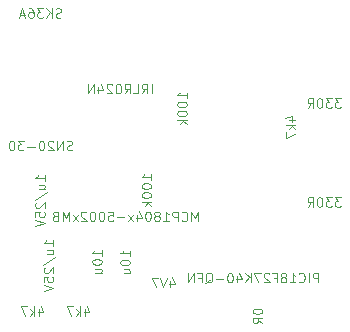
<source format=gbr>
%TF.GenerationSoftware,KiCad,Pcbnew,9.0.4-unknown*%
%TF.CreationDate,2025-11-20T15:33:38+01:00*%
%TF.ProjectId,KlimatizaceSamsung,4b6c696d-6174-4697-9a61-636553616d73,rev?*%
%TF.SameCoordinates,Original*%
%TF.FileFunction,AssemblyDrawing,Bot*%
%FSLAX46Y46*%
G04 Gerber Fmt 4.6, Leading zero omitted, Abs format (unit mm)*
G04 Created by KiCad (PCBNEW 9.0.4-unknown) date 2025-11-20 15:33:38*
%MOMM*%
%LPD*%
G01*
G04 APERTURE LIST*
%ADD10C,0.120000*%
G04 APERTURE END LIST*
D10*
X116752380Y-71430521D02*
X116752380Y-71963855D01*
X116942856Y-71125760D02*
X117133333Y-71697188D01*
X117133333Y-71697188D02*
X116638094Y-71697188D01*
X116333332Y-71963855D02*
X116333332Y-71163855D01*
X116257142Y-71659093D02*
X116028570Y-71963855D01*
X116028570Y-71430521D02*
X116333332Y-71735283D01*
X115761904Y-71163855D02*
X115228570Y-71163855D01*
X115228570Y-71163855D02*
X115571428Y-71963855D01*
X126314286Y-63963855D02*
X126314286Y-63163855D01*
X126314286Y-63163855D02*
X126047620Y-63735283D01*
X126047620Y-63735283D02*
X125780953Y-63163855D01*
X125780953Y-63163855D02*
X125780953Y-63963855D01*
X124942857Y-63887664D02*
X124980953Y-63925760D01*
X124980953Y-63925760D02*
X125095238Y-63963855D01*
X125095238Y-63963855D02*
X125171429Y-63963855D01*
X125171429Y-63963855D02*
X125285715Y-63925760D01*
X125285715Y-63925760D02*
X125361905Y-63849569D01*
X125361905Y-63849569D02*
X125400000Y-63773379D01*
X125400000Y-63773379D02*
X125438096Y-63620998D01*
X125438096Y-63620998D02*
X125438096Y-63506712D01*
X125438096Y-63506712D02*
X125400000Y-63354331D01*
X125400000Y-63354331D02*
X125361905Y-63278140D01*
X125361905Y-63278140D02*
X125285715Y-63201950D01*
X125285715Y-63201950D02*
X125171429Y-63163855D01*
X125171429Y-63163855D02*
X125095238Y-63163855D01*
X125095238Y-63163855D02*
X124980953Y-63201950D01*
X124980953Y-63201950D02*
X124942857Y-63240045D01*
X124600000Y-63963855D02*
X124600000Y-63163855D01*
X124600000Y-63163855D02*
X124295238Y-63163855D01*
X124295238Y-63163855D02*
X124219048Y-63201950D01*
X124219048Y-63201950D02*
X124180953Y-63240045D01*
X124180953Y-63240045D02*
X124142857Y-63316236D01*
X124142857Y-63316236D02*
X124142857Y-63430521D01*
X124142857Y-63430521D02*
X124180953Y-63506712D01*
X124180953Y-63506712D02*
X124219048Y-63544807D01*
X124219048Y-63544807D02*
X124295238Y-63582902D01*
X124295238Y-63582902D02*
X124600000Y-63582902D01*
X123380953Y-63963855D02*
X123838096Y-63963855D01*
X123609524Y-63963855D02*
X123609524Y-63163855D01*
X123609524Y-63163855D02*
X123685715Y-63278140D01*
X123685715Y-63278140D02*
X123761905Y-63354331D01*
X123761905Y-63354331D02*
X123838096Y-63392426D01*
X122923810Y-63506712D02*
X123000000Y-63468617D01*
X123000000Y-63468617D02*
X123038095Y-63430521D01*
X123038095Y-63430521D02*
X123076191Y-63354331D01*
X123076191Y-63354331D02*
X123076191Y-63316236D01*
X123076191Y-63316236D02*
X123038095Y-63240045D01*
X123038095Y-63240045D02*
X123000000Y-63201950D01*
X123000000Y-63201950D02*
X122923810Y-63163855D01*
X122923810Y-63163855D02*
X122771429Y-63163855D01*
X122771429Y-63163855D02*
X122695238Y-63201950D01*
X122695238Y-63201950D02*
X122657143Y-63240045D01*
X122657143Y-63240045D02*
X122619048Y-63316236D01*
X122619048Y-63316236D02*
X122619048Y-63354331D01*
X122619048Y-63354331D02*
X122657143Y-63430521D01*
X122657143Y-63430521D02*
X122695238Y-63468617D01*
X122695238Y-63468617D02*
X122771429Y-63506712D01*
X122771429Y-63506712D02*
X122923810Y-63506712D01*
X122923810Y-63506712D02*
X123000000Y-63544807D01*
X123000000Y-63544807D02*
X123038095Y-63582902D01*
X123038095Y-63582902D02*
X123076191Y-63659093D01*
X123076191Y-63659093D02*
X123076191Y-63811474D01*
X123076191Y-63811474D02*
X123038095Y-63887664D01*
X123038095Y-63887664D02*
X123000000Y-63925760D01*
X123000000Y-63925760D02*
X122923810Y-63963855D01*
X122923810Y-63963855D02*
X122771429Y-63963855D01*
X122771429Y-63963855D02*
X122695238Y-63925760D01*
X122695238Y-63925760D02*
X122657143Y-63887664D01*
X122657143Y-63887664D02*
X122619048Y-63811474D01*
X122619048Y-63811474D02*
X122619048Y-63659093D01*
X122619048Y-63659093D02*
X122657143Y-63582902D01*
X122657143Y-63582902D02*
X122695238Y-63544807D01*
X122695238Y-63544807D02*
X122771429Y-63506712D01*
X122123809Y-63163855D02*
X122047619Y-63163855D01*
X122047619Y-63163855D02*
X121971428Y-63201950D01*
X121971428Y-63201950D02*
X121933333Y-63240045D01*
X121933333Y-63240045D02*
X121895238Y-63316236D01*
X121895238Y-63316236D02*
X121857143Y-63468617D01*
X121857143Y-63468617D02*
X121857143Y-63659093D01*
X121857143Y-63659093D02*
X121895238Y-63811474D01*
X121895238Y-63811474D02*
X121933333Y-63887664D01*
X121933333Y-63887664D02*
X121971428Y-63925760D01*
X121971428Y-63925760D02*
X122047619Y-63963855D01*
X122047619Y-63963855D02*
X122123809Y-63963855D01*
X122123809Y-63963855D02*
X122200000Y-63925760D01*
X122200000Y-63925760D02*
X122238095Y-63887664D01*
X122238095Y-63887664D02*
X122276190Y-63811474D01*
X122276190Y-63811474D02*
X122314286Y-63659093D01*
X122314286Y-63659093D02*
X122314286Y-63468617D01*
X122314286Y-63468617D02*
X122276190Y-63316236D01*
X122276190Y-63316236D02*
X122238095Y-63240045D01*
X122238095Y-63240045D02*
X122200000Y-63201950D01*
X122200000Y-63201950D02*
X122123809Y-63163855D01*
X121171428Y-63430521D02*
X121171428Y-63963855D01*
X121361904Y-63125760D02*
X121552381Y-63697188D01*
X121552381Y-63697188D02*
X121057142Y-63697188D01*
X120828571Y-63963855D02*
X120409523Y-63430521D01*
X120828571Y-63430521D02*
X120409523Y-63963855D01*
X120104761Y-63659093D02*
X119495238Y-63659093D01*
X118733333Y-63163855D02*
X119114285Y-63163855D01*
X119114285Y-63163855D02*
X119152381Y-63544807D01*
X119152381Y-63544807D02*
X119114285Y-63506712D01*
X119114285Y-63506712D02*
X119038095Y-63468617D01*
X119038095Y-63468617D02*
X118847619Y-63468617D01*
X118847619Y-63468617D02*
X118771428Y-63506712D01*
X118771428Y-63506712D02*
X118733333Y-63544807D01*
X118733333Y-63544807D02*
X118695238Y-63620998D01*
X118695238Y-63620998D02*
X118695238Y-63811474D01*
X118695238Y-63811474D02*
X118733333Y-63887664D01*
X118733333Y-63887664D02*
X118771428Y-63925760D01*
X118771428Y-63925760D02*
X118847619Y-63963855D01*
X118847619Y-63963855D02*
X119038095Y-63963855D01*
X119038095Y-63963855D02*
X119114285Y-63925760D01*
X119114285Y-63925760D02*
X119152381Y-63887664D01*
X118199999Y-63163855D02*
X118123809Y-63163855D01*
X118123809Y-63163855D02*
X118047618Y-63201950D01*
X118047618Y-63201950D02*
X118009523Y-63240045D01*
X118009523Y-63240045D02*
X117971428Y-63316236D01*
X117971428Y-63316236D02*
X117933333Y-63468617D01*
X117933333Y-63468617D02*
X117933333Y-63659093D01*
X117933333Y-63659093D02*
X117971428Y-63811474D01*
X117971428Y-63811474D02*
X118009523Y-63887664D01*
X118009523Y-63887664D02*
X118047618Y-63925760D01*
X118047618Y-63925760D02*
X118123809Y-63963855D01*
X118123809Y-63963855D02*
X118199999Y-63963855D01*
X118199999Y-63963855D02*
X118276190Y-63925760D01*
X118276190Y-63925760D02*
X118314285Y-63887664D01*
X118314285Y-63887664D02*
X118352380Y-63811474D01*
X118352380Y-63811474D02*
X118390476Y-63659093D01*
X118390476Y-63659093D02*
X118390476Y-63468617D01*
X118390476Y-63468617D02*
X118352380Y-63316236D01*
X118352380Y-63316236D02*
X118314285Y-63240045D01*
X118314285Y-63240045D02*
X118276190Y-63201950D01*
X118276190Y-63201950D02*
X118199999Y-63163855D01*
X117438094Y-63163855D02*
X117361904Y-63163855D01*
X117361904Y-63163855D02*
X117285713Y-63201950D01*
X117285713Y-63201950D02*
X117247618Y-63240045D01*
X117247618Y-63240045D02*
X117209523Y-63316236D01*
X117209523Y-63316236D02*
X117171428Y-63468617D01*
X117171428Y-63468617D02*
X117171428Y-63659093D01*
X117171428Y-63659093D02*
X117209523Y-63811474D01*
X117209523Y-63811474D02*
X117247618Y-63887664D01*
X117247618Y-63887664D02*
X117285713Y-63925760D01*
X117285713Y-63925760D02*
X117361904Y-63963855D01*
X117361904Y-63963855D02*
X117438094Y-63963855D01*
X117438094Y-63963855D02*
X117514285Y-63925760D01*
X117514285Y-63925760D02*
X117552380Y-63887664D01*
X117552380Y-63887664D02*
X117590475Y-63811474D01*
X117590475Y-63811474D02*
X117628571Y-63659093D01*
X117628571Y-63659093D02*
X117628571Y-63468617D01*
X117628571Y-63468617D02*
X117590475Y-63316236D01*
X117590475Y-63316236D02*
X117552380Y-63240045D01*
X117552380Y-63240045D02*
X117514285Y-63201950D01*
X117514285Y-63201950D02*
X117438094Y-63163855D01*
X116866666Y-63240045D02*
X116828570Y-63201950D01*
X116828570Y-63201950D02*
X116752380Y-63163855D01*
X116752380Y-63163855D02*
X116561904Y-63163855D01*
X116561904Y-63163855D02*
X116485713Y-63201950D01*
X116485713Y-63201950D02*
X116447618Y-63240045D01*
X116447618Y-63240045D02*
X116409523Y-63316236D01*
X116409523Y-63316236D02*
X116409523Y-63392426D01*
X116409523Y-63392426D02*
X116447618Y-63506712D01*
X116447618Y-63506712D02*
X116904761Y-63963855D01*
X116904761Y-63963855D02*
X116409523Y-63963855D01*
X116142856Y-63963855D02*
X115723808Y-63430521D01*
X116142856Y-63430521D02*
X115723808Y-63963855D01*
X115419046Y-63963855D02*
X115419046Y-63163855D01*
X115419046Y-63163855D02*
X115152380Y-63735283D01*
X115152380Y-63735283D02*
X114885713Y-63163855D01*
X114885713Y-63163855D02*
X114885713Y-63963855D01*
X114238094Y-63544807D02*
X114123808Y-63582902D01*
X114123808Y-63582902D02*
X114085713Y-63620998D01*
X114085713Y-63620998D02*
X114047617Y-63697188D01*
X114047617Y-63697188D02*
X114047617Y-63811474D01*
X114047617Y-63811474D02*
X114085713Y-63887664D01*
X114085713Y-63887664D02*
X114123808Y-63925760D01*
X114123808Y-63925760D02*
X114199998Y-63963855D01*
X114199998Y-63963855D02*
X114504760Y-63963855D01*
X114504760Y-63963855D02*
X114504760Y-63163855D01*
X114504760Y-63163855D02*
X114238094Y-63163855D01*
X114238094Y-63163855D02*
X114161903Y-63201950D01*
X114161903Y-63201950D02*
X114123808Y-63240045D01*
X114123808Y-63240045D02*
X114085713Y-63316236D01*
X114085713Y-63316236D02*
X114085713Y-63392426D01*
X114085713Y-63392426D02*
X114123808Y-63468617D01*
X114123808Y-63468617D02*
X114161903Y-63506712D01*
X114161903Y-63506712D02*
X114238094Y-63544807D01*
X114238094Y-63544807D02*
X114504760Y-63544807D01*
X130963855Y-71561905D02*
X130963855Y-71638095D01*
X130963855Y-71638095D02*
X131001950Y-71714286D01*
X131001950Y-71714286D02*
X131040045Y-71752381D01*
X131040045Y-71752381D02*
X131116236Y-71790476D01*
X131116236Y-71790476D02*
X131268617Y-71828571D01*
X131268617Y-71828571D02*
X131459093Y-71828571D01*
X131459093Y-71828571D02*
X131611474Y-71790476D01*
X131611474Y-71790476D02*
X131687664Y-71752381D01*
X131687664Y-71752381D02*
X131725760Y-71714286D01*
X131725760Y-71714286D02*
X131763855Y-71638095D01*
X131763855Y-71638095D02*
X131763855Y-71561905D01*
X131763855Y-71561905D02*
X131725760Y-71485714D01*
X131725760Y-71485714D02*
X131687664Y-71447619D01*
X131687664Y-71447619D02*
X131611474Y-71409524D01*
X131611474Y-71409524D02*
X131459093Y-71371428D01*
X131459093Y-71371428D02*
X131268617Y-71371428D01*
X131268617Y-71371428D02*
X131116236Y-71409524D01*
X131116236Y-71409524D02*
X131040045Y-71447619D01*
X131040045Y-71447619D02*
X131001950Y-71485714D01*
X131001950Y-71485714D02*
X130963855Y-71561905D01*
X131763855Y-72628572D02*
X131382902Y-72361905D01*
X131763855Y-72171429D02*
X130963855Y-72171429D01*
X130963855Y-72171429D02*
X130963855Y-72476191D01*
X130963855Y-72476191D02*
X131001950Y-72552381D01*
X131001950Y-72552381D02*
X131040045Y-72590476D01*
X131040045Y-72590476D02*
X131116236Y-72628572D01*
X131116236Y-72628572D02*
X131230521Y-72628572D01*
X131230521Y-72628572D02*
X131306712Y-72590476D01*
X131306712Y-72590476D02*
X131344807Y-72552381D01*
X131344807Y-72552381D02*
X131382902Y-72476191D01*
X131382902Y-72476191D02*
X131382902Y-72171429D01*
X114063855Y-66042856D02*
X114063855Y-65585713D01*
X114063855Y-65814285D02*
X113263855Y-65814285D01*
X113263855Y-65814285D02*
X113378140Y-65738094D01*
X113378140Y-65738094D02*
X113454331Y-65661904D01*
X113454331Y-65661904D02*
X113492426Y-65585713D01*
X113530521Y-66728571D02*
X114063855Y-66728571D01*
X113530521Y-66385714D02*
X113949569Y-66385714D01*
X113949569Y-66385714D02*
X114025760Y-66423809D01*
X114025760Y-66423809D02*
X114063855Y-66499999D01*
X114063855Y-66499999D02*
X114063855Y-66614285D01*
X114063855Y-66614285D02*
X114025760Y-66690476D01*
X114025760Y-66690476D02*
X113987664Y-66728571D01*
X113225760Y-67680952D02*
X114254331Y-66995238D01*
X113340045Y-67909523D02*
X113301950Y-67947619D01*
X113301950Y-67947619D02*
X113263855Y-68023809D01*
X113263855Y-68023809D02*
X113263855Y-68214285D01*
X113263855Y-68214285D02*
X113301950Y-68290476D01*
X113301950Y-68290476D02*
X113340045Y-68328571D01*
X113340045Y-68328571D02*
X113416236Y-68366666D01*
X113416236Y-68366666D02*
X113492426Y-68366666D01*
X113492426Y-68366666D02*
X113606712Y-68328571D01*
X113606712Y-68328571D02*
X114063855Y-67871428D01*
X114063855Y-67871428D02*
X114063855Y-68366666D01*
X113263855Y-69090476D02*
X113263855Y-68709524D01*
X113263855Y-68709524D02*
X113644807Y-68671428D01*
X113644807Y-68671428D02*
X113606712Y-68709524D01*
X113606712Y-68709524D02*
X113568617Y-68785714D01*
X113568617Y-68785714D02*
X113568617Y-68976190D01*
X113568617Y-68976190D02*
X113606712Y-69052381D01*
X113606712Y-69052381D02*
X113644807Y-69090476D01*
X113644807Y-69090476D02*
X113720998Y-69128571D01*
X113720998Y-69128571D02*
X113911474Y-69128571D01*
X113911474Y-69128571D02*
X113987664Y-69090476D01*
X113987664Y-69090476D02*
X114025760Y-69052381D01*
X114025760Y-69052381D02*
X114063855Y-68976190D01*
X114063855Y-68976190D02*
X114063855Y-68785714D01*
X114063855Y-68785714D02*
X114025760Y-68709524D01*
X114025760Y-68709524D02*
X113987664Y-68671428D01*
X113263855Y-69357143D02*
X114063855Y-69623810D01*
X114063855Y-69623810D02*
X113263855Y-69890476D01*
X114733333Y-46725760D02*
X114619047Y-46763855D01*
X114619047Y-46763855D02*
X114428571Y-46763855D01*
X114428571Y-46763855D02*
X114352380Y-46725760D01*
X114352380Y-46725760D02*
X114314285Y-46687664D01*
X114314285Y-46687664D02*
X114276190Y-46611474D01*
X114276190Y-46611474D02*
X114276190Y-46535283D01*
X114276190Y-46535283D02*
X114314285Y-46459093D01*
X114314285Y-46459093D02*
X114352380Y-46420998D01*
X114352380Y-46420998D02*
X114428571Y-46382902D01*
X114428571Y-46382902D02*
X114580952Y-46344807D01*
X114580952Y-46344807D02*
X114657142Y-46306712D01*
X114657142Y-46306712D02*
X114695237Y-46268617D01*
X114695237Y-46268617D02*
X114733333Y-46192426D01*
X114733333Y-46192426D02*
X114733333Y-46116236D01*
X114733333Y-46116236D02*
X114695237Y-46040045D01*
X114695237Y-46040045D02*
X114657142Y-46001950D01*
X114657142Y-46001950D02*
X114580952Y-45963855D01*
X114580952Y-45963855D02*
X114390475Y-45963855D01*
X114390475Y-45963855D02*
X114276190Y-46001950D01*
X113933332Y-46763855D02*
X113933332Y-45963855D01*
X113476189Y-46763855D02*
X113819047Y-46306712D01*
X113476189Y-45963855D02*
X113933332Y-46420998D01*
X113209523Y-45963855D02*
X112714285Y-45963855D01*
X112714285Y-45963855D02*
X112980951Y-46268617D01*
X112980951Y-46268617D02*
X112866666Y-46268617D01*
X112866666Y-46268617D02*
X112790475Y-46306712D01*
X112790475Y-46306712D02*
X112752380Y-46344807D01*
X112752380Y-46344807D02*
X112714285Y-46420998D01*
X112714285Y-46420998D02*
X112714285Y-46611474D01*
X112714285Y-46611474D02*
X112752380Y-46687664D01*
X112752380Y-46687664D02*
X112790475Y-46725760D01*
X112790475Y-46725760D02*
X112866666Y-46763855D01*
X112866666Y-46763855D02*
X113095237Y-46763855D01*
X113095237Y-46763855D02*
X113171428Y-46725760D01*
X113171428Y-46725760D02*
X113209523Y-46687664D01*
X112028570Y-45963855D02*
X112180951Y-45963855D01*
X112180951Y-45963855D02*
X112257142Y-46001950D01*
X112257142Y-46001950D02*
X112295237Y-46040045D01*
X112295237Y-46040045D02*
X112371427Y-46154331D01*
X112371427Y-46154331D02*
X112409523Y-46306712D01*
X112409523Y-46306712D02*
X112409523Y-46611474D01*
X112409523Y-46611474D02*
X112371427Y-46687664D01*
X112371427Y-46687664D02*
X112333332Y-46725760D01*
X112333332Y-46725760D02*
X112257142Y-46763855D01*
X112257142Y-46763855D02*
X112104761Y-46763855D01*
X112104761Y-46763855D02*
X112028570Y-46725760D01*
X112028570Y-46725760D02*
X111990475Y-46687664D01*
X111990475Y-46687664D02*
X111952380Y-46611474D01*
X111952380Y-46611474D02*
X111952380Y-46420998D01*
X111952380Y-46420998D02*
X111990475Y-46344807D01*
X111990475Y-46344807D02*
X112028570Y-46306712D01*
X112028570Y-46306712D02*
X112104761Y-46268617D01*
X112104761Y-46268617D02*
X112257142Y-46268617D01*
X112257142Y-46268617D02*
X112333332Y-46306712D01*
X112333332Y-46306712D02*
X112371427Y-46344807D01*
X112371427Y-46344807D02*
X112409523Y-46420998D01*
X111647618Y-46535283D02*
X111266665Y-46535283D01*
X111723808Y-46763855D02*
X111457141Y-45963855D01*
X111457141Y-45963855D02*
X111190475Y-46763855D01*
X138428571Y-61963855D02*
X137933333Y-61963855D01*
X137933333Y-61963855D02*
X138199999Y-62268617D01*
X138199999Y-62268617D02*
X138085714Y-62268617D01*
X138085714Y-62268617D02*
X138009523Y-62306712D01*
X138009523Y-62306712D02*
X137971428Y-62344807D01*
X137971428Y-62344807D02*
X137933333Y-62420998D01*
X137933333Y-62420998D02*
X137933333Y-62611474D01*
X137933333Y-62611474D02*
X137971428Y-62687664D01*
X137971428Y-62687664D02*
X138009523Y-62725760D01*
X138009523Y-62725760D02*
X138085714Y-62763855D01*
X138085714Y-62763855D02*
X138314285Y-62763855D01*
X138314285Y-62763855D02*
X138390476Y-62725760D01*
X138390476Y-62725760D02*
X138428571Y-62687664D01*
X137666666Y-61963855D02*
X137171428Y-61963855D01*
X137171428Y-61963855D02*
X137438094Y-62268617D01*
X137438094Y-62268617D02*
X137323809Y-62268617D01*
X137323809Y-62268617D02*
X137247618Y-62306712D01*
X137247618Y-62306712D02*
X137209523Y-62344807D01*
X137209523Y-62344807D02*
X137171428Y-62420998D01*
X137171428Y-62420998D02*
X137171428Y-62611474D01*
X137171428Y-62611474D02*
X137209523Y-62687664D01*
X137209523Y-62687664D02*
X137247618Y-62725760D01*
X137247618Y-62725760D02*
X137323809Y-62763855D01*
X137323809Y-62763855D02*
X137552380Y-62763855D01*
X137552380Y-62763855D02*
X137628571Y-62725760D01*
X137628571Y-62725760D02*
X137666666Y-62687664D01*
X136676189Y-61963855D02*
X136599999Y-61963855D01*
X136599999Y-61963855D02*
X136523808Y-62001950D01*
X136523808Y-62001950D02*
X136485713Y-62040045D01*
X136485713Y-62040045D02*
X136447618Y-62116236D01*
X136447618Y-62116236D02*
X136409523Y-62268617D01*
X136409523Y-62268617D02*
X136409523Y-62459093D01*
X136409523Y-62459093D02*
X136447618Y-62611474D01*
X136447618Y-62611474D02*
X136485713Y-62687664D01*
X136485713Y-62687664D02*
X136523808Y-62725760D01*
X136523808Y-62725760D02*
X136599999Y-62763855D01*
X136599999Y-62763855D02*
X136676189Y-62763855D01*
X136676189Y-62763855D02*
X136752380Y-62725760D01*
X136752380Y-62725760D02*
X136790475Y-62687664D01*
X136790475Y-62687664D02*
X136828570Y-62611474D01*
X136828570Y-62611474D02*
X136866666Y-62459093D01*
X136866666Y-62459093D02*
X136866666Y-62268617D01*
X136866666Y-62268617D02*
X136828570Y-62116236D01*
X136828570Y-62116236D02*
X136790475Y-62040045D01*
X136790475Y-62040045D02*
X136752380Y-62001950D01*
X136752380Y-62001950D02*
X136676189Y-61963855D01*
X135609522Y-62763855D02*
X135876189Y-62382902D01*
X136066665Y-62763855D02*
X136066665Y-61963855D01*
X136066665Y-61963855D02*
X135761903Y-61963855D01*
X135761903Y-61963855D02*
X135685713Y-62001950D01*
X135685713Y-62001950D02*
X135647618Y-62040045D01*
X135647618Y-62040045D02*
X135609522Y-62116236D01*
X135609522Y-62116236D02*
X135609522Y-62230521D01*
X135609522Y-62230521D02*
X135647618Y-62306712D01*
X135647618Y-62306712D02*
X135685713Y-62344807D01*
X135685713Y-62344807D02*
X135761903Y-62382902D01*
X135761903Y-62382902D02*
X136066665Y-62382902D01*
X115666667Y-57925760D02*
X115552381Y-57963855D01*
X115552381Y-57963855D02*
X115361905Y-57963855D01*
X115361905Y-57963855D02*
X115285714Y-57925760D01*
X115285714Y-57925760D02*
X115247619Y-57887664D01*
X115247619Y-57887664D02*
X115209524Y-57811474D01*
X115209524Y-57811474D02*
X115209524Y-57735283D01*
X115209524Y-57735283D02*
X115247619Y-57659093D01*
X115247619Y-57659093D02*
X115285714Y-57620998D01*
X115285714Y-57620998D02*
X115361905Y-57582902D01*
X115361905Y-57582902D02*
X115514286Y-57544807D01*
X115514286Y-57544807D02*
X115590476Y-57506712D01*
X115590476Y-57506712D02*
X115628571Y-57468617D01*
X115628571Y-57468617D02*
X115666667Y-57392426D01*
X115666667Y-57392426D02*
X115666667Y-57316236D01*
X115666667Y-57316236D02*
X115628571Y-57240045D01*
X115628571Y-57240045D02*
X115590476Y-57201950D01*
X115590476Y-57201950D02*
X115514286Y-57163855D01*
X115514286Y-57163855D02*
X115323809Y-57163855D01*
X115323809Y-57163855D02*
X115209524Y-57201950D01*
X114866666Y-57963855D02*
X114866666Y-57163855D01*
X114866666Y-57163855D02*
X114409523Y-57963855D01*
X114409523Y-57963855D02*
X114409523Y-57163855D01*
X114066667Y-57240045D02*
X114028571Y-57201950D01*
X114028571Y-57201950D02*
X113952381Y-57163855D01*
X113952381Y-57163855D02*
X113761905Y-57163855D01*
X113761905Y-57163855D02*
X113685714Y-57201950D01*
X113685714Y-57201950D02*
X113647619Y-57240045D01*
X113647619Y-57240045D02*
X113609524Y-57316236D01*
X113609524Y-57316236D02*
X113609524Y-57392426D01*
X113609524Y-57392426D02*
X113647619Y-57506712D01*
X113647619Y-57506712D02*
X114104762Y-57963855D01*
X114104762Y-57963855D02*
X113609524Y-57963855D01*
X113114285Y-57163855D02*
X113038095Y-57163855D01*
X113038095Y-57163855D02*
X112961904Y-57201950D01*
X112961904Y-57201950D02*
X112923809Y-57240045D01*
X112923809Y-57240045D02*
X112885714Y-57316236D01*
X112885714Y-57316236D02*
X112847619Y-57468617D01*
X112847619Y-57468617D02*
X112847619Y-57659093D01*
X112847619Y-57659093D02*
X112885714Y-57811474D01*
X112885714Y-57811474D02*
X112923809Y-57887664D01*
X112923809Y-57887664D02*
X112961904Y-57925760D01*
X112961904Y-57925760D02*
X113038095Y-57963855D01*
X113038095Y-57963855D02*
X113114285Y-57963855D01*
X113114285Y-57963855D02*
X113190476Y-57925760D01*
X113190476Y-57925760D02*
X113228571Y-57887664D01*
X113228571Y-57887664D02*
X113266666Y-57811474D01*
X113266666Y-57811474D02*
X113304762Y-57659093D01*
X113304762Y-57659093D02*
X113304762Y-57468617D01*
X113304762Y-57468617D02*
X113266666Y-57316236D01*
X113266666Y-57316236D02*
X113228571Y-57240045D01*
X113228571Y-57240045D02*
X113190476Y-57201950D01*
X113190476Y-57201950D02*
X113114285Y-57163855D01*
X112504761Y-57659093D02*
X111895238Y-57659093D01*
X111590476Y-57163855D02*
X111095238Y-57163855D01*
X111095238Y-57163855D02*
X111361904Y-57468617D01*
X111361904Y-57468617D02*
X111247619Y-57468617D01*
X111247619Y-57468617D02*
X111171428Y-57506712D01*
X111171428Y-57506712D02*
X111133333Y-57544807D01*
X111133333Y-57544807D02*
X111095238Y-57620998D01*
X111095238Y-57620998D02*
X111095238Y-57811474D01*
X111095238Y-57811474D02*
X111133333Y-57887664D01*
X111133333Y-57887664D02*
X111171428Y-57925760D01*
X111171428Y-57925760D02*
X111247619Y-57963855D01*
X111247619Y-57963855D02*
X111476190Y-57963855D01*
X111476190Y-57963855D02*
X111552381Y-57925760D01*
X111552381Y-57925760D02*
X111590476Y-57887664D01*
X110599999Y-57163855D02*
X110523809Y-57163855D01*
X110523809Y-57163855D02*
X110447618Y-57201950D01*
X110447618Y-57201950D02*
X110409523Y-57240045D01*
X110409523Y-57240045D02*
X110371428Y-57316236D01*
X110371428Y-57316236D02*
X110333333Y-57468617D01*
X110333333Y-57468617D02*
X110333333Y-57659093D01*
X110333333Y-57659093D02*
X110371428Y-57811474D01*
X110371428Y-57811474D02*
X110409523Y-57887664D01*
X110409523Y-57887664D02*
X110447618Y-57925760D01*
X110447618Y-57925760D02*
X110523809Y-57963855D01*
X110523809Y-57963855D02*
X110599999Y-57963855D01*
X110599999Y-57963855D02*
X110676190Y-57925760D01*
X110676190Y-57925760D02*
X110714285Y-57887664D01*
X110714285Y-57887664D02*
X110752380Y-57811474D01*
X110752380Y-57811474D02*
X110790476Y-57659093D01*
X110790476Y-57659093D02*
X110790476Y-57468617D01*
X110790476Y-57468617D02*
X110752380Y-57316236D01*
X110752380Y-57316236D02*
X110714285Y-57240045D01*
X110714285Y-57240045D02*
X110676190Y-57201950D01*
X110676190Y-57201950D02*
X110599999Y-57163855D01*
X118163855Y-66885713D02*
X118163855Y-66428570D01*
X118163855Y-66657142D02*
X117363855Y-66657142D01*
X117363855Y-66657142D02*
X117478140Y-66580951D01*
X117478140Y-66580951D02*
X117554331Y-66504761D01*
X117554331Y-66504761D02*
X117592426Y-66428570D01*
X117363855Y-67380952D02*
X117363855Y-67457142D01*
X117363855Y-67457142D02*
X117401950Y-67533333D01*
X117401950Y-67533333D02*
X117440045Y-67571428D01*
X117440045Y-67571428D02*
X117516236Y-67609523D01*
X117516236Y-67609523D02*
X117668617Y-67647618D01*
X117668617Y-67647618D02*
X117859093Y-67647618D01*
X117859093Y-67647618D02*
X118011474Y-67609523D01*
X118011474Y-67609523D02*
X118087664Y-67571428D01*
X118087664Y-67571428D02*
X118125760Y-67533333D01*
X118125760Y-67533333D02*
X118163855Y-67457142D01*
X118163855Y-67457142D02*
X118163855Y-67380952D01*
X118163855Y-67380952D02*
X118125760Y-67304761D01*
X118125760Y-67304761D02*
X118087664Y-67266666D01*
X118087664Y-67266666D02*
X118011474Y-67228571D01*
X118011474Y-67228571D02*
X117859093Y-67190475D01*
X117859093Y-67190475D02*
X117668617Y-67190475D01*
X117668617Y-67190475D02*
X117516236Y-67228571D01*
X117516236Y-67228571D02*
X117440045Y-67266666D01*
X117440045Y-67266666D02*
X117401950Y-67304761D01*
X117401950Y-67304761D02*
X117363855Y-67380952D01*
X117630521Y-68333333D02*
X118163855Y-68333333D01*
X117630521Y-67990476D02*
X118049569Y-67990476D01*
X118049569Y-67990476D02*
X118125760Y-68028571D01*
X118125760Y-68028571D02*
X118163855Y-68104761D01*
X118163855Y-68104761D02*
X118163855Y-68219047D01*
X118163855Y-68219047D02*
X118125760Y-68295238D01*
X118125760Y-68295238D02*
X118087664Y-68333333D01*
X112864880Y-71430521D02*
X112864880Y-71963855D01*
X113055356Y-71125760D02*
X113245833Y-71697188D01*
X113245833Y-71697188D02*
X112750594Y-71697188D01*
X112445832Y-71963855D02*
X112445832Y-71163855D01*
X112369642Y-71659093D02*
X112141070Y-71963855D01*
X112141070Y-71430521D02*
X112445832Y-71735283D01*
X111874404Y-71163855D02*
X111341070Y-71163855D01*
X111341070Y-71163855D02*
X111683928Y-71963855D01*
X123971428Y-69030521D02*
X123971428Y-69563855D01*
X124161904Y-68725760D02*
X124352381Y-69297188D01*
X124352381Y-69297188D02*
X123857142Y-69297188D01*
X123666666Y-68763855D02*
X123399999Y-69563855D01*
X123399999Y-69563855D02*
X123133333Y-68763855D01*
X122942857Y-68763855D02*
X122409523Y-68763855D01*
X122409523Y-68763855D02*
X122752381Y-69563855D01*
X120563855Y-66935713D02*
X120563855Y-66478570D01*
X120563855Y-66707142D02*
X119763855Y-66707142D01*
X119763855Y-66707142D02*
X119878140Y-66630951D01*
X119878140Y-66630951D02*
X119954331Y-66554761D01*
X119954331Y-66554761D02*
X119992426Y-66478570D01*
X119763855Y-67430952D02*
X119763855Y-67507142D01*
X119763855Y-67507142D02*
X119801950Y-67583333D01*
X119801950Y-67583333D02*
X119840045Y-67621428D01*
X119840045Y-67621428D02*
X119916236Y-67659523D01*
X119916236Y-67659523D02*
X120068617Y-67697618D01*
X120068617Y-67697618D02*
X120259093Y-67697618D01*
X120259093Y-67697618D02*
X120411474Y-67659523D01*
X120411474Y-67659523D02*
X120487664Y-67621428D01*
X120487664Y-67621428D02*
X120525760Y-67583333D01*
X120525760Y-67583333D02*
X120563855Y-67507142D01*
X120563855Y-67507142D02*
X120563855Y-67430952D01*
X120563855Y-67430952D02*
X120525760Y-67354761D01*
X120525760Y-67354761D02*
X120487664Y-67316666D01*
X120487664Y-67316666D02*
X120411474Y-67278571D01*
X120411474Y-67278571D02*
X120259093Y-67240475D01*
X120259093Y-67240475D02*
X120068617Y-67240475D01*
X120068617Y-67240475D02*
X119916236Y-67278571D01*
X119916236Y-67278571D02*
X119840045Y-67316666D01*
X119840045Y-67316666D02*
X119801950Y-67354761D01*
X119801950Y-67354761D02*
X119763855Y-67430952D01*
X120030521Y-68383333D02*
X120563855Y-68383333D01*
X120030521Y-68040476D02*
X120449569Y-68040476D01*
X120449569Y-68040476D02*
X120525760Y-68078571D01*
X120525760Y-68078571D02*
X120563855Y-68154761D01*
X120563855Y-68154761D02*
X120563855Y-68269047D01*
X120563855Y-68269047D02*
X120525760Y-68345238D01*
X120525760Y-68345238D02*
X120487664Y-68383333D01*
X136504761Y-69163855D02*
X136504761Y-68363855D01*
X136504761Y-68363855D02*
X136199999Y-68363855D01*
X136199999Y-68363855D02*
X136123809Y-68401950D01*
X136123809Y-68401950D02*
X136085714Y-68440045D01*
X136085714Y-68440045D02*
X136047618Y-68516236D01*
X136047618Y-68516236D02*
X136047618Y-68630521D01*
X136047618Y-68630521D02*
X136085714Y-68706712D01*
X136085714Y-68706712D02*
X136123809Y-68744807D01*
X136123809Y-68744807D02*
X136199999Y-68782902D01*
X136199999Y-68782902D02*
X136504761Y-68782902D01*
X135704761Y-69163855D02*
X135704761Y-68363855D01*
X134866666Y-69087664D02*
X134904762Y-69125760D01*
X134904762Y-69125760D02*
X135019047Y-69163855D01*
X135019047Y-69163855D02*
X135095238Y-69163855D01*
X135095238Y-69163855D02*
X135209524Y-69125760D01*
X135209524Y-69125760D02*
X135285714Y-69049569D01*
X135285714Y-69049569D02*
X135323809Y-68973379D01*
X135323809Y-68973379D02*
X135361905Y-68820998D01*
X135361905Y-68820998D02*
X135361905Y-68706712D01*
X135361905Y-68706712D02*
X135323809Y-68554331D01*
X135323809Y-68554331D02*
X135285714Y-68478140D01*
X135285714Y-68478140D02*
X135209524Y-68401950D01*
X135209524Y-68401950D02*
X135095238Y-68363855D01*
X135095238Y-68363855D02*
X135019047Y-68363855D01*
X135019047Y-68363855D02*
X134904762Y-68401950D01*
X134904762Y-68401950D02*
X134866666Y-68440045D01*
X134104762Y-69163855D02*
X134561905Y-69163855D01*
X134333333Y-69163855D02*
X134333333Y-68363855D01*
X134333333Y-68363855D02*
X134409524Y-68478140D01*
X134409524Y-68478140D02*
X134485714Y-68554331D01*
X134485714Y-68554331D02*
X134561905Y-68592426D01*
X133647619Y-68706712D02*
X133723809Y-68668617D01*
X133723809Y-68668617D02*
X133761904Y-68630521D01*
X133761904Y-68630521D02*
X133800000Y-68554331D01*
X133800000Y-68554331D02*
X133800000Y-68516236D01*
X133800000Y-68516236D02*
X133761904Y-68440045D01*
X133761904Y-68440045D02*
X133723809Y-68401950D01*
X133723809Y-68401950D02*
X133647619Y-68363855D01*
X133647619Y-68363855D02*
X133495238Y-68363855D01*
X133495238Y-68363855D02*
X133419047Y-68401950D01*
X133419047Y-68401950D02*
X133380952Y-68440045D01*
X133380952Y-68440045D02*
X133342857Y-68516236D01*
X133342857Y-68516236D02*
X133342857Y-68554331D01*
X133342857Y-68554331D02*
X133380952Y-68630521D01*
X133380952Y-68630521D02*
X133419047Y-68668617D01*
X133419047Y-68668617D02*
X133495238Y-68706712D01*
X133495238Y-68706712D02*
X133647619Y-68706712D01*
X133647619Y-68706712D02*
X133723809Y-68744807D01*
X133723809Y-68744807D02*
X133761904Y-68782902D01*
X133761904Y-68782902D02*
X133800000Y-68859093D01*
X133800000Y-68859093D02*
X133800000Y-69011474D01*
X133800000Y-69011474D02*
X133761904Y-69087664D01*
X133761904Y-69087664D02*
X133723809Y-69125760D01*
X133723809Y-69125760D02*
X133647619Y-69163855D01*
X133647619Y-69163855D02*
X133495238Y-69163855D01*
X133495238Y-69163855D02*
X133419047Y-69125760D01*
X133419047Y-69125760D02*
X133380952Y-69087664D01*
X133380952Y-69087664D02*
X133342857Y-69011474D01*
X133342857Y-69011474D02*
X133342857Y-68859093D01*
X133342857Y-68859093D02*
X133380952Y-68782902D01*
X133380952Y-68782902D02*
X133419047Y-68744807D01*
X133419047Y-68744807D02*
X133495238Y-68706712D01*
X132733333Y-68744807D02*
X132999999Y-68744807D01*
X132999999Y-69163855D02*
X132999999Y-68363855D01*
X132999999Y-68363855D02*
X132619047Y-68363855D01*
X132352381Y-68440045D02*
X132314285Y-68401950D01*
X132314285Y-68401950D02*
X132238095Y-68363855D01*
X132238095Y-68363855D02*
X132047619Y-68363855D01*
X132047619Y-68363855D02*
X131971428Y-68401950D01*
X131971428Y-68401950D02*
X131933333Y-68440045D01*
X131933333Y-68440045D02*
X131895238Y-68516236D01*
X131895238Y-68516236D02*
X131895238Y-68592426D01*
X131895238Y-68592426D02*
X131933333Y-68706712D01*
X131933333Y-68706712D02*
X132390476Y-69163855D01*
X132390476Y-69163855D02*
X131895238Y-69163855D01*
X131628571Y-68363855D02*
X131095237Y-68363855D01*
X131095237Y-68363855D02*
X131438095Y-69163855D01*
X130790475Y-69163855D02*
X130790475Y-68363855D01*
X130333332Y-69163855D02*
X130676190Y-68706712D01*
X130333332Y-68363855D02*
X130790475Y-68820998D01*
X129647618Y-68630521D02*
X129647618Y-69163855D01*
X129838094Y-68325760D02*
X130028571Y-68897188D01*
X130028571Y-68897188D02*
X129533332Y-68897188D01*
X129076189Y-68363855D02*
X128999999Y-68363855D01*
X128999999Y-68363855D02*
X128923808Y-68401950D01*
X128923808Y-68401950D02*
X128885713Y-68440045D01*
X128885713Y-68440045D02*
X128847618Y-68516236D01*
X128847618Y-68516236D02*
X128809523Y-68668617D01*
X128809523Y-68668617D02*
X128809523Y-68859093D01*
X128809523Y-68859093D02*
X128847618Y-69011474D01*
X128847618Y-69011474D02*
X128885713Y-69087664D01*
X128885713Y-69087664D02*
X128923808Y-69125760D01*
X128923808Y-69125760D02*
X128999999Y-69163855D01*
X128999999Y-69163855D02*
X129076189Y-69163855D01*
X129076189Y-69163855D02*
X129152380Y-69125760D01*
X129152380Y-69125760D02*
X129190475Y-69087664D01*
X129190475Y-69087664D02*
X129228570Y-69011474D01*
X129228570Y-69011474D02*
X129266666Y-68859093D01*
X129266666Y-68859093D02*
X129266666Y-68668617D01*
X129266666Y-68668617D02*
X129228570Y-68516236D01*
X129228570Y-68516236D02*
X129190475Y-68440045D01*
X129190475Y-68440045D02*
X129152380Y-68401950D01*
X129152380Y-68401950D02*
X129076189Y-68363855D01*
X128466665Y-68859093D02*
X127857142Y-68859093D01*
X126942856Y-69240045D02*
X127019046Y-69201950D01*
X127019046Y-69201950D02*
X127095237Y-69125760D01*
X127095237Y-69125760D02*
X127209523Y-69011474D01*
X127209523Y-69011474D02*
X127285713Y-68973379D01*
X127285713Y-68973379D02*
X127361904Y-68973379D01*
X127323808Y-69163855D02*
X127399999Y-69125760D01*
X127399999Y-69125760D02*
X127476189Y-69049569D01*
X127476189Y-69049569D02*
X127514285Y-68897188D01*
X127514285Y-68897188D02*
X127514285Y-68630521D01*
X127514285Y-68630521D02*
X127476189Y-68478140D01*
X127476189Y-68478140D02*
X127399999Y-68401950D01*
X127399999Y-68401950D02*
X127323808Y-68363855D01*
X127323808Y-68363855D02*
X127171427Y-68363855D01*
X127171427Y-68363855D02*
X127095237Y-68401950D01*
X127095237Y-68401950D02*
X127019046Y-68478140D01*
X127019046Y-68478140D02*
X126980951Y-68630521D01*
X126980951Y-68630521D02*
X126980951Y-68897188D01*
X126980951Y-68897188D02*
X127019046Y-69049569D01*
X127019046Y-69049569D02*
X127095237Y-69125760D01*
X127095237Y-69125760D02*
X127171427Y-69163855D01*
X127171427Y-69163855D02*
X127323808Y-69163855D01*
X126371428Y-68744807D02*
X126638094Y-68744807D01*
X126638094Y-69163855D02*
X126638094Y-68363855D01*
X126638094Y-68363855D02*
X126257142Y-68363855D01*
X125952380Y-69163855D02*
X125952380Y-68363855D01*
X125952380Y-68363855D02*
X125495237Y-69163855D01*
X125495237Y-69163855D02*
X125495237Y-68363855D01*
X113363855Y-60542856D02*
X113363855Y-60085713D01*
X113363855Y-60314285D02*
X112563855Y-60314285D01*
X112563855Y-60314285D02*
X112678140Y-60238094D01*
X112678140Y-60238094D02*
X112754331Y-60161904D01*
X112754331Y-60161904D02*
X112792426Y-60085713D01*
X112830521Y-61228571D02*
X113363855Y-61228571D01*
X112830521Y-60885714D02*
X113249569Y-60885714D01*
X113249569Y-60885714D02*
X113325760Y-60923809D01*
X113325760Y-60923809D02*
X113363855Y-60999999D01*
X113363855Y-60999999D02*
X113363855Y-61114285D01*
X113363855Y-61114285D02*
X113325760Y-61190476D01*
X113325760Y-61190476D02*
X113287664Y-61228571D01*
X112525760Y-62180952D02*
X113554331Y-61495238D01*
X112640045Y-62409523D02*
X112601950Y-62447619D01*
X112601950Y-62447619D02*
X112563855Y-62523809D01*
X112563855Y-62523809D02*
X112563855Y-62714285D01*
X112563855Y-62714285D02*
X112601950Y-62790476D01*
X112601950Y-62790476D02*
X112640045Y-62828571D01*
X112640045Y-62828571D02*
X112716236Y-62866666D01*
X112716236Y-62866666D02*
X112792426Y-62866666D01*
X112792426Y-62866666D02*
X112906712Y-62828571D01*
X112906712Y-62828571D02*
X113363855Y-62371428D01*
X113363855Y-62371428D02*
X113363855Y-62866666D01*
X112563855Y-63590476D02*
X112563855Y-63209524D01*
X112563855Y-63209524D02*
X112944807Y-63171428D01*
X112944807Y-63171428D02*
X112906712Y-63209524D01*
X112906712Y-63209524D02*
X112868617Y-63285714D01*
X112868617Y-63285714D02*
X112868617Y-63476190D01*
X112868617Y-63476190D02*
X112906712Y-63552381D01*
X112906712Y-63552381D02*
X112944807Y-63590476D01*
X112944807Y-63590476D02*
X113020998Y-63628571D01*
X113020998Y-63628571D02*
X113211474Y-63628571D01*
X113211474Y-63628571D02*
X113287664Y-63590476D01*
X113287664Y-63590476D02*
X113325760Y-63552381D01*
X113325760Y-63552381D02*
X113363855Y-63476190D01*
X113363855Y-63476190D02*
X113363855Y-63285714D01*
X113363855Y-63285714D02*
X113325760Y-63209524D01*
X113325760Y-63209524D02*
X113287664Y-63171428D01*
X112563855Y-63857143D02*
X113363855Y-64123810D01*
X113363855Y-64123810D02*
X112563855Y-64390476D01*
X125363855Y-53542856D02*
X125363855Y-53085713D01*
X125363855Y-53314285D02*
X124563855Y-53314285D01*
X124563855Y-53314285D02*
X124678140Y-53238094D01*
X124678140Y-53238094D02*
X124754331Y-53161904D01*
X124754331Y-53161904D02*
X124792426Y-53085713D01*
X124563855Y-54038095D02*
X124563855Y-54114285D01*
X124563855Y-54114285D02*
X124601950Y-54190476D01*
X124601950Y-54190476D02*
X124640045Y-54228571D01*
X124640045Y-54228571D02*
X124716236Y-54266666D01*
X124716236Y-54266666D02*
X124868617Y-54304761D01*
X124868617Y-54304761D02*
X125059093Y-54304761D01*
X125059093Y-54304761D02*
X125211474Y-54266666D01*
X125211474Y-54266666D02*
X125287664Y-54228571D01*
X125287664Y-54228571D02*
X125325760Y-54190476D01*
X125325760Y-54190476D02*
X125363855Y-54114285D01*
X125363855Y-54114285D02*
X125363855Y-54038095D01*
X125363855Y-54038095D02*
X125325760Y-53961904D01*
X125325760Y-53961904D02*
X125287664Y-53923809D01*
X125287664Y-53923809D02*
X125211474Y-53885714D01*
X125211474Y-53885714D02*
X125059093Y-53847618D01*
X125059093Y-53847618D02*
X124868617Y-53847618D01*
X124868617Y-53847618D02*
X124716236Y-53885714D01*
X124716236Y-53885714D02*
X124640045Y-53923809D01*
X124640045Y-53923809D02*
X124601950Y-53961904D01*
X124601950Y-53961904D02*
X124563855Y-54038095D01*
X124563855Y-54800000D02*
X124563855Y-54876190D01*
X124563855Y-54876190D02*
X124601950Y-54952381D01*
X124601950Y-54952381D02*
X124640045Y-54990476D01*
X124640045Y-54990476D02*
X124716236Y-55028571D01*
X124716236Y-55028571D02*
X124868617Y-55066666D01*
X124868617Y-55066666D02*
X125059093Y-55066666D01*
X125059093Y-55066666D02*
X125211474Y-55028571D01*
X125211474Y-55028571D02*
X125287664Y-54990476D01*
X125287664Y-54990476D02*
X125325760Y-54952381D01*
X125325760Y-54952381D02*
X125363855Y-54876190D01*
X125363855Y-54876190D02*
X125363855Y-54800000D01*
X125363855Y-54800000D02*
X125325760Y-54723809D01*
X125325760Y-54723809D02*
X125287664Y-54685714D01*
X125287664Y-54685714D02*
X125211474Y-54647619D01*
X125211474Y-54647619D02*
X125059093Y-54609523D01*
X125059093Y-54609523D02*
X124868617Y-54609523D01*
X124868617Y-54609523D02*
X124716236Y-54647619D01*
X124716236Y-54647619D02*
X124640045Y-54685714D01*
X124640045Y-54685714D02*
X124601950Y-54723809D01*
X124601950Y-54723809D02*
X124563855Y-54800000D01*
X125363855Y-55409524D02*
X124563855Y-55409524D01*
X125059093Y-55485714D02*
X125363855Y-55714286D01*
X124830521Y-55714286D02*
X125135283Y-55409524D01*
X122363855Y-60480356D02*
X122363855Y-60023213D01*
X122363855Y-60251785D02*
X121563855Y-60251785D01*
X121563855Y-60251785D02*
X121678140Y-60175594D01*
X121678140Y-60175594D02*
X121754331Y-60099404D01*
X121754331Y-60099404D02*
X121792426Y-60023213D01*
X121563855Y-60975595D02*
X121563855Y-61051785D01*
X121563855Y-61051785D02*
X121601950Y-61127976D01*
X121601950Y-61127976D02*
X121640045Y-61166071D01*
X121640045Y-61166071D02*
X121716236Y-61204166D01*
X121716236Y-61204166D02*
X121868617Y-61242261D01*
X121868617Y-61242261D02*
X122059093Y-61242261D01*
X122059093Y-61242261D02*
X122211474Y-61204166D01*
X122211474Y-61204166D02*
X122287664Y-61166071D01*
X122287664Y-61166071D02*
X122325760Y-61127976D01*
X122325760Y-61127976D02*
X122363855Y-61051785D01*
X122363855Y-61051785D02*
X122363855Y-60975595D01*
X122363855Y-60975595D02*
X122325760Y-60899404D01*
X122325760Y-60899404D02*
X122287664Y-60861309D01*
X122287664Y-60861309D02*
X122211474Y-60823214D01*
X122211474Y-60823214D02*
X122059093Y-60785118D01*
X122059093Y-60785118D02*
X121868617Y-60785118D01*
X121868617Y-60785118D02*
X121716236Y-60823214D01*
X121716236Y-60823214D02*
X121640045Y-60861309D01*
X121640045Y-60861309D02*
X121601950Y-60899404D01*
X121601950Y-60899404D02*
X121563855Y-60975595D01*
X121563855Y-61737500D02*
X121563855Y-61813690D01*
X121563855Y-61813690D02*
X121601950Y-61889881D01*
X121601950Y-61889881D02*
X121640045Y-61927976D01*
X121640045Y-61927976D02*
X121716236Y-61966071D01*
X121716236Y-61966071D02*
X121868617Y-62004166D01*
X121868617Y-62004166D02*
X122059093Y-62004166D01*
X122059093Y-62004166D02*
X122211474Y-61966071D01*
X122211474Y-61966071D02*
X122287664Y-61927976D01*
X122287664Y-61927976D02*
X122325760Y-61889881D01*
X122325760Y-61889881D02*
X122363855Y-61813690D01*
X122363855Y-61813690D02*
X122363855Y-61737500D01*
X122363855Y-61737500D02*
X122325760Y-61661309D01*
X122325760Y-61661309D02*
X122287664Y-61623214D01*
X122287664Y-61623214D02*
X122211474Y-61585119D01*
X122211474Y-61585119D02*
X122059093Y-61547023D01*
X122059093Y-61547023D02*
X121868617Y-61547023D01*
X121868617Y-61547023D02*
X121716236Y-61585119D01*
X121716236Y-61585119D02*
X121640045Y-61623214D01*
X121640045Y-61623214D02*
X121601950Y-61661309D01*
X121601950Y-61661309D02*
X121563855Y-61737500D01*
X122363855Y-62347024D02*
X121563855Y-62347024D01*
X122059093Y-62423214D02*
X122363855Y-62651786D01*
X121830521Y-62651786D02*
X122135283Y-62347024D01*
X134030521Y-55447619D02*
X134563855Y-55447619D01*
X133725760Y-55257143D02*
X134297188Y-55066666D01*
X134297188Y-55066666D02*
X134297188Y-55561905D01*
X134563855Y-55866667D02*
X133763855Y-55866667D01*
X134259093Y-55942857D02*
X134563855Y-56171429D01*
X134030521Y-56171429D02*
X134335283Y-55866667D01*
X133763855Y-56438095D02*
X133763855Y-56971429D01*
X133763855Y-56971429D02*
X134563855Y-56628571D01*
X122399713Y-53163855D02*
X122399713Y-52363855D01*
X121561618Y-53163855D02*
X121828285Y-52782902D01*
X122018761Y-53163855D02*
X122018761Y-52363855D01*
X122018761Y-52363855D02*
X121713999Y-52363855D01*
X121713999Y-52363855D02*
X121637809Y-52401950D01*
X121637809Y-52401950D02*
X121599714Y-52440045D01*
X121599714Y-52440045D02*
X121561618Y-52516236D01*
X121561618Y-52516236D02*
X121561618Y-52630521D01*
X121561618Y-52630521D02*
X121599714Y-52706712D01*
X121599714Y-52706712D02*
X121637809Y-52744807D01*
X121637809Y-52744807D02*
X121713999Y-52782902D01*
X121713999Y-52782902D02*
X122018761Y-52782902D01*
X120837809Y-53163855D02*
X121218761Y-53163855D01*
X121218761Y-53163855D02*
X121218761Y-52363855D01*
X120113999Y-53163855D02*
X120380666Y-52782902D01*
X120571142Y-53163855D02*
X120571142Y-52363855D01*
X120571142Y-52363855D02*
X120266380Y-52363855D01*
X120266380Y-52363855D02*
X120190190Y-52401950D01*
X120190190Y-52401950D02*
X120152095Y-52440045D01*
X120152095Y-52440045D02*
X120113999Y-52516236D01*
X120113999Y-52516236D02*
X120113999Y-52630521D01*
X120113999Y-52630521D02*
X120152095Y-52706712D01*
X120152095Y-52706712D02*
X120190190Y-52744807D01*
X120190190Y-52744807D02*
X120266380Y-52782902D01*
X120266380Y-52782902D02*
X120571142Y-52782902D01*
X119618761Y-52363855D02*
X119542571Y-52363855D01*
X119542571Y-52363855D02*
X119466380Y-52401950D01*
X119466380Y-52401950D02*
X119428285Y-52440045D01*
X119428285Y-52440045D02*
X119390190Y-52516236D01*
X119390190Y-52516236D02*
X119352095Y-52668617D01*
X119352095Y-52668617D02*
X119352095Y-52859093D01*
X119352095Y-52859093D02*
X119390190Y-53011474D01*
X119390190Y-53011474D02*
X119428285Y-53087664D01*
X119428285Y-53087664D02*
X119466380Y-53125760D01*
X119466380Y-53125760D02*
X119542571Y-53163855D01*
X119542571Y-53163855D02*
X119618761Y-53163855D01*
X119618761Y-53163855D02*
X119694952Y-53125760D01*
X119694952Y-53125760D02*
X119733047Y-53087664D01*
X119733047Y-53087664D02*
X119771142Y-53011474D01*
X119771142Y-53011474D02*
X119809238Y-52859093D01*
X119809238Y-52859093D02*
X119809238Y-52668617D01*
X119809238Y-52668617D02*
X119771142Y-52516236D01*
X119771142Y-52516236D02*
X119733047Y-52440045D01*
X119733047Y-52440045D02*
X119694952Y-52401950D01*
X119694952Y-52401950D02*
X119618761Y-52363855D01*
X119047333Y-52440045D02*
X119009237Y-52401950D01*
X119009237Y-52401950D02*
X118933047Y-52363855D01*
X118933047Y-52363855D02*
X118742571Y-52363855D01*
X118742571Y-52363855D02*
X118666380Y-52401950D01*
X118666380Y-52401950D02*
X118628285Y-52440045D01*
X118628285Y-52440045D02*
X118590190Y-52516236D01*
X118590190Y-52516236D02*
X118590190Y-52592426D01*
X118590190Y-52592426D02*
X118628285Y-52706712D01*
X118628285Y-52706712D02*
X119085428Y-53163855D01*
X119085428Y-53163855D02*
X118590190Y-53163855D01*
X117904475Y-52630521D02*
X117904475Y-53163855D01*
X118094951Y-52325760D02*
X118285428Y-52897188D01*
X118285428Y-52897188D02*
X117790189Y-52897188D01*
X117485427Y-53163855D02*
X117485427Y-52363855D01*
X117485427Y-52363855D02*
X117028284Y-53163855D01*
X117028284Y-53163855D02*
X117028284Y-52363855D01*
X138428571Y-53563855D02*
X137933333Y-53563855D01*
X137933333Y-53563855D02*
X138199999Y-53868617D01*
X138199999Y-53868617D02*
X138085714Y-53868617D01*
X138085714Y-53868617D02*
X138009523Y-53906712D01*
X138009523Y-53906712D02*
X137971428Y-53944807D01*
X137971428Y-53944807D02*
X137933333Y-54020998D01*
X137933333Y-54020998D02*
X137933333Y-54211474D01*
X137933333Y-54211474D02*
X137971428Y-54287664D01*
X137971428Y-54287664D02*
X138009523Y-54325760D01*
X138009523Y-54325760D02*
X138085714Y-54363855D01*
X138085714Y-54363855D02*
X138314285Y-54363855D01*
X138314285Y-54363855D02*
X138390476Y-54325760D01*
X138390476Y-54325760D02*
X138428571Y-54287664D01*
X137666666Y-53563855D02*
X137171428Y-53563855D01*
X137171428Y-53563855D02*
X137438094Y-53868617D01*
X137438094Y-53868617D02*
X137323809Y-53868617D01*
X137323809Y-53868617D02*
X137247618Y-53906712D01*
X137247618Y-53906712D02*
X137209523Y-53944807D01*
X137209523Y-53944807D02*
X137171428Y-54020998D01*
X137171428Y-54020998D02*
X137171428Y-54211474D01*
X137171428Y-54211474D02*
X137209523Y-54287664D01*
X137209523Y-54287664D02*
X137247618Y-54325760D01*
X137247618Y-54325760D02*
X137323809Y-54363855D01*
X137323809Y-54363855D02*
X137552380Y-54363855D01*
X137552380Y-54363855D02*
X137628571Y-54325760D01*
X137628571Y-54325760D02*
X137666666Y-54287664D01*
X136676189Y-53563855D02*
X136599999Y-53563855D01*
X136599999Y-53563855D02*
X136523808Y-53601950D01*
X136523808Y-53601950D02*
X136485713Y-53640045D01*
X136485713Y-53640045D02*
X136447618Y-53716236D01*
X136447618Y-53716236D02*
X136409523Y-53868617D01*
X136409523Y-53868617D02*
X136409523Y-54059093D01*
X136409523Y-54059093D02*
X136447618Y-54211474D01*
X136447618Y-54211474D02*
X136485713Y-54287664D01*
X136485713Y-54287664D02*
X136523808Y-54325760D01*
X136523808Y-54325760D02*
X136599999Y-54363855D01*
X136599999Y-54363855D02*
X136676189Y-54363855D01*
X136676189Y-54363855D02*
X136752380Y-54325760D01*
X136752380Y-54325760D02*
X136790475Y-54287664D01*
X136790475Y-54287664D02*
X136828570Y-54211474D01*
X136828570Y-54211474D02*
X136866666Y-54059093D01*
X136866666Y-54059093D02*
X136866666Y-53868617D01*
X136866666Y-53868617D02*
X136828570Y-53716236D01*
X136828570Y-53716236D02*
X136790475Y-53640045D01*
X136790475Y-53640045D02*
X136752380Y-53601950D01*
X136752380Y-53601950D02*
X136676189Y-53563855D01*
X135609522Y-54363855D02*
X135876189Y-53982902D01*
X136066665Y-54363855D02*
X136066665Y-53563855D01*
X136066665Y-53563855D02*
X135761903Y-53563855D01*
X135761903Y-53563855D02*
X135685713Y-53601950D01*
X135685713Y-53601950D02*
X135647618Y-53640045D01*
X135647618Y-53640045D02*
X135609522Y-53716236D01*
X135609522Y-53716236D02*
X135609522Y-53830521D01*
X135609522Y-53830521D02*
X135647618Y-53906712D01*
X135647618Y-53906712D02*
X135685713Y-53944807D01*
X135685713Y-53944807D02*
X135761903Y-53982902D01*
X135761903Y-53982902D02*
X136066665Y-53982902D01*
M02*

</source>
